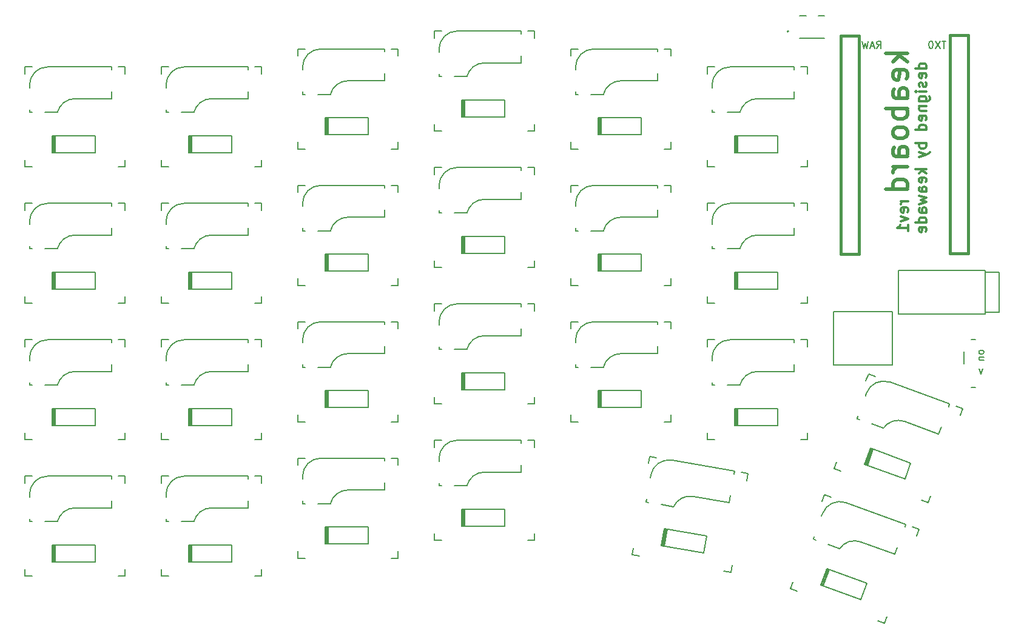
<source format=gbr>
%TF.GenerationSoftware,KiCad,Pcbnew,5.1.6-c6e7f7d~87~ubuntu20.04.1*%
%TF.CreationDate,2020-08-23T16:37:35-05:00*%
%TF.ProjectId,keaboard_rev1,6b656162-6f61-4726-945f-726576312e6b,rev?*%
%TF.SameCoordinates,Original*%
%TF.FileFunction,Legend,Bot*%
%TF.FilePolarity,Positive*%
%FSLAX46Y46*%
G04 Gerber Fmt 4.6, Leading zero omitted, Abs format (unit mm)*
G04 Created by KiCad (PCBNEW 5.1.6-c6e7f7d~87~ubuntu20.04.1) date 2020-08-23 16:37:35*
%MOMM*%
%LPD*%
G01*
G04 APERTURE LIST*
%ADD10C,0.200000*%
%ADD11C,0.300000*%
%ADD12C,0.500000*%
%ADD13C,0.127000*%
%ADD14C,0.152400*%
%ADD15C,0.150000*%
%ADD16C,0.381000*%
G04 APERTURE END LIST*
D10*
X165298380Y-74803190D02*
X165250761Y-74707952D01*
X165203142Y-74660333D01*
X165107904Y-74612714D01*
X164822190Y-74612714D01*
X164726952Y-74660333D01*
X164679333Y-74707952D01*
X164631714Y-74803190D01*
X164631714Y-74946047D01*
X164679333Y-75041285D01*
X164726952Y-75088904D01*
X164822190Y-75136523D01*
X165107904Y-75136523D01*
X165203142Y-75088904D01*
X165250761Y-75041285D01*
X165298380Y-74946047D01*
X165298380Y-74803190D01*
X164631714Y-75565095D02*
X165298380Y-75565095D01*
X164726952Y-75565095D02*
X164679333Y-75612714D01*
X164631714Y-75707952D01*
X164631714Y-75850809D01*
X164679333Y-75946047D01*
X164774571Y-75993666D01*
X165298380Y-75993666D01*
X164631714Y-77231761D02*
X164917428Y-77993666D01*
X165203142Y-77231761D01*
D11*
X157269571Y-35283571D02*
X155769571Y-35283571D01*
X157198142Y-35283571D02*
X157269571Y-35140714D01*
X157269571Y-34855000D01*
X157198142Y-34712142D01*
X157126714Y-34640714D01*
X156983857Y-34569285D01*
X156555285Y-34569285D01*
X156412428Y-34640714D01*
X156341000Y-34712142D01*
X156269571Y-34855000D01*
X156269571Y-35140714D01*
X156341000Y-35283571D01*
X157198142Y-36569285D02*
X157269571Y-36426428D01*
X157269571Y-36140714D01*
X157198142Y-35997857D01*
X157055285Y-35926428D01*
X156483857Y-35926428D01*
X156341000Y-35997857D01*
X156269571Y-36140714D01*
X156269571Y-36426428D01*
X156341000Y-36569285D01*
X156483857Y-36640714D01*
X156626714Y-36640714D01*
X156769571Y-35926428D01*
X157198142Y-37212142D02*
X157269571Y-37355000D01*
X157269571Y-37640714D01*
X157198142Y-37783571D01*
X157055285Y-37855000D01*
X156983857Y-37855000D01*
X156841000Y-37783571D01*
X156769571Y-37640714D01*
X156769571Y-37426428D01*
X156698142Y-37283571D01*
X156555285Y-37212142D01*
X156483857Y-37212142D01*
X156341000Y-37283571D01*
X156269571Y-37426428D01*
X156269571Y-37640714D01*
X156341000Y-37783571D01*
X157269571Y-38497857D02*
X156269571Y-38497857D01*
X155769571Y-38497857D02*
X155841000Y-38426428D01*
X155912428Y-38497857D01*
X155841000Y-38569285D01*
X155769571Y-38497857D01*
X155912428Y-38497857D01*
X156269571Y-39855000D02*
X157483857Y-39855000D01*
X157626714Y-39783571D01*
X157698142Y-39712142D01*
X157769571Y-39569285D01*
X157769571Y-39355000D01*
X157698142Y-39212142D01*
X157198142Y-39855000D02*
X157269571Y-39712142D01*
X157269571Y-39426428D01*
X157198142Y-39283571D01*
X157126714Y-39212142D01*
X156983857Y-39140714D01*
X156555285Y-39140714D01*
X156412428Y-39212142D01*
X156341000Y-39283571D01*
X156269571Y-39426428D01*
X156269571Y-39712142D01*
X156341000Y-39855000D01*
X156269571Y-40569285D02*
X157269571Y-40569285D01*
X156412428Y-40569285D02*
X156341000Y-40640714D01*
X156269571Y-40783571D01*
X156269571Y-40997857D01*
X156341000Y-41140714D01*
X156483857Y-41212142D01*
X157269571Y-41212142D01*
X157198142Y-42497857D02*
X157269571Y-42355000D01*
X157269571Y-42069285D01*
X157198142Y-41926428D01*
X157055285Y-41855000D01*
X156483857Y-41855000D01*
X156341000Y-41926428D01*
X156269571Y-42069285D01*
X156269571Y-42355000D01*
X156341000Y-42497857D01*
X156483857Y-42569285D01*
X156626714Y-42569285D01*
X156769571Y-41855000D01*
X157269571Y-43855000D02*
X155769571Y-43855000D01*
X157198142Y-43855000D02*
X157269571Y-43712142D01*
X157269571Y-43426428D01*
X157198142Y-43283571D01*
X157126714Y-43212142D01*
X156983857Y-43140714D01*
X156555285Y-43140714D01*
X156412428Y-43212142D01*
X156341000Y-43283571D01*
X156269571Y-43426428D01*
X156269571Y-43712142D01*
X156341000Y-43855000D01*
X157269571Y-45712142D02*
X155769571Y-45712142D01*
X156341000Y-45712142D02*
X156269571Y-45855000D01*
X156269571Y-46140714D01*
X156341000Y-46283571D01*
X156412428Y-46355000D01*
X156555285Y-46426428D01*
X156983857Y-46426428D01*
X157126714Y-46355000D01*
X157198142Y-46283571D01*
X157269571Y-46140714D01*
X157269571Y-45855000D01*
X157198142Y-45712142D01*
X156269571Y-46926428D02*
X157269571Y-47283571D01*
X156269571Y-47640714D02*
X157269571Y-47283571D01*
X157626714Y-47140714D01*
X157698142Y-47069285D01*
X157769571Y-46926428D01*
X157269571Y-49355000D02*
X155769571Y-49355000D01*
X156698142Y-49497857D02*
X157269571Y-49926428D01*
X156269571Y-49926428D02*
X156841000Y-49355000D01*
X157198142Y-51140714D02*
X157269571Y-50997857D01*
X157269571Y-50712142D01*
X157198142Y-50569285D01*
X157055285Y-50497857D01*
X156483857Y-50497857D01*
X156341000Y-50569285D01*
X156269571Y-50712142D01*
X156269571Y-50997857D01*
X156341000Y-51140714D01*
X156483857Y-51212142D01*
X156626714Y-51212142D01*
X156769571Y-50497857D01*
X157269571Y-52497857D02*
X156483857Y-52497857D01*
X156341000Y-52426428D01*
X156269571Y-52283571D01*
X156269571Y-51997857D01*
X156341000Y-51855000D01*
X157198142Y-52497857D02*
X157269571Y-52355000D01*
X157269571Y-51997857D01*
X157198142Y-51855000D01*
X157055285Y-51783571D01*
X156912428Y-51783571D01*
X156769571Y-51855000D01*
X156698142Y-51997857D01*
X156698142Y-52355000D01*
X156626714Y-52497857D01*
X156269571Y-53069285D02*
X157269571Y-53355000D01*
X156555285Y-53640714D01*
X157269571Y-53926428D01*
X156269571Y-54212142D01*
X157269571Y-55426428D02*
X156483857Y-55426428D01*
X156341000Y-55355000D01*
X156269571Y-55212142D01*
X156269571Y-54926428D01*
X156341000Y-54783571D01*
X157198142Y-55426428D02*
X157269571Y-55283571D01*
X157269571Y-54926428D01*
X157198142Y-54783571D01*
X157055285Y-54712142D01*
X156912428Y-54712142D01*
X156769571Y-54783571D01*
X156698142Y-54926428D01*
X156698142Y-55283571D01*
X156626714Y-55426428D01*
X157269571Y-56783571D02*
X155769571Y-56783571D01*
X157198142Y-56783571D02*
X157269571Y-56640714D01*
X157269571Y-56355000D01*
X157198142Y-56212142D01*
X157126714Y-56140714D01*
X156983857Y-56069285D01*
X156555285Y-56069285D01*
X156412428Y-56140714D01*
X156341000Y-56212142D01*
X156269571Y-56355000D01*
X156269571Y-56640714D01*
X156341000Y-56783571D01*
X157198142Y-58069285D02*
X157269571Y-57926428D01*
X157269571Y-57640714D01*
X157198142Y-57497857D01*
X157055285Y-57426428D01*
X156483857Y-57426428D01*
X156341000Y-57497857D01*
X156269571Y-57640714D01*
X156269571Y-57926428D01*
X156341000Y-58069285D01*
X156483857Y-58140714D01*
X156626714Y-58140714D01*
X156769571Y-57426428D01*
X154729571Y-53844285D02*
X153729571Y-53844285D01*
X154015285Y-53844285D02*
X153872428Y-53915714D01*
X153801000Y-53987142D01*
X153729571Y-54130000D01*
X153729571Y-54272857D01*
X154658142Y-55344285D02*
X154729571Y-55201428D01*
X154729571Y-54915714D01*
X154658142Y-54772857D01*
X154515285Y-54701428D01*
X153943857Y-54701428D01*
X153801000Y-54772857D01*
X153729571Y-54915714D01*
X153729571Y-55201428D01*
X153801000Y-55344285D01*
X153943857Y-55415714D01*
X154086714Y-55415714D01*
X154229571Y-54701428D01*
X153729571Y-55915714D02*
X154729571Y-56272857D01*
X153729571Y-56630000D01*
X154729571Y-57987142D02*
X154729571Y-57130000D01*
X154729571Y-57558571D02*
X153229571Y-57558571D01*
X153443857Y-57415714D01*
X153586714Y-57272857D01*
X153658142Y-57130000D01*
D12*
X154646142Y-33172000D02*
X151646142Y-33172000D01*
X153503285Y-33457714D02*
X154646142Y-34314857D01*
X152646142Y-34314857D02*
X153789000Y-33172000D01*
X154503285Y-36743428D02*
X154646142Y-36457714D01*
X154646142Y-35886285D01*
X154503285Y-35600571D01*
X154217571Y-35457714D01*
X153074714Y-35457714D01*
X152789000Y-35600571D01*
X152646142Y-35886285D01*
X152646142Y-36457714D01*
X152789000Y-36743428D01*
X153074714Y-36886285D01*
X153360428Y-36886285D01*
X153646142Y-35457714D01*
X154646142Y-39457714D02*
X153074714Y-39457714D01*
X152789000Y-39314857D01*
X152646142Y-39029142D01*
X152646142Y-38457714D01*
X152789000Y-38172000D01*
X154503285Y-39457714D02*
X154646142Y-39172000D01*
X154646142Y-38457714D01*
X154503285Y-38172000D01*
X154217571Y-38029142D01*
X153931857Y-38029142D01*
X153646142Y-38172000D01*
X153503285Y-38457714D01*
X153503285Y-39172000D01*
X153360428Y-39457714D01*
X154646142Y-40886285D02*
X151646142Y-40886285D01*
X152789000Y-40886285D02*
X152646142Y-41172000D01*
X152646142Y-41743428D01*
X152789000Y-42029142D01*
X152931857Y-42172000D01*
X153217571Y-42314857D01*
X154074714Y-42314857D01*
X154360428Y-42172000D01*
X154503285Y-42029142D01*
X154646142Y-41743428D01*
X154646142Y-41172000D01*
X154503285Y-40886285D01*
X154646142Y-44029142D02*
X154503285Y-43743428D01*
X154360428Y-43600571D01*
X154074714Y-43457714D01*
X153217571Y-43457714D01*
X152931857Y-43600571D01*
X152789000Y-43743428D01*
X152646142Y-44029142D01*
X152646142Y-44457714D01*
X152789000Y-44743428D01*
X152931857Y-44886285D01*
X153217571Y-45029142D01*
X154074714Y-45029142D01*
X154360428Y-44886285D01*
X154503285Y-44743428D01*
X154646142Y-44457714D01*
X154646142Y-44029142D01*
X154646142Y-47600571D02*
X153074714Y-47600571D01*
X152789000Y-47457714D01*
X152646142Y-47172000D01*
X152646142Y-46600571D01*
X152789000Y-46314857D01*
X154503285Y-47600571D02*
X154646142Y-47314857D01*
X154646142Y-46600571D01*
X154503285Y-46314857D01*
X154217571Y-46172000D01*
X153931857Y-46172000D01*
X153646142Y-46314857D01*
X153503285Y-46600571D01*
X153503285Y-47314857D01*
X153360428Y-47600571D01*
X154646142Y-49029142D02*
X152646142Y-49029142D01*
X153217571Y-49029142D02*
X152931857Y-49172000D01*
X152789000Y-49314857D01*
X152646142Y-49600571D01*
X152646142Y-49886285D01*
X154646142Y-52172000D02*
X151646142Y-52172000D01*
X154503285Y-52172000D02*
X154646142Y-51886285D01*
X154646142Y-51314857D01*
X154503285Y-51029142D01*
X154360428Y-50886285D01*
X154074714Y-50743428D01*
X153217571Y-50743428D01*
X152931857Y-50886285D01*
X152789000Y-51029142D01*
X152646142Y-51314857D01*
X152646142Y-51886285D01*
X152789000Y-52172000D01*
D13*
%TO.C,SW_PWR1*%
X163530000Y-79804000D02*
X164130000Y-79804000D01*
X164130000Y-73104000D02*
X163530000Y-73104000D01*
X162530000Y-74854000D02*
X162530000Y-76554000D01*
D14*
%TO.C,BAT1*%
X144303500Y-69240400D02*
X144303500Y-76708000D01*
X144303500Y-76708000D02*
X152558500Y-76708000D01*
X152558500Y-76708000D02*
X152558500Y-69240400D01*
X152558500Y-69240400D02*
X144303500Y-69240400D01*
D15*
%TO.C,K23*%
X127371000Y-75692000D02*
G75*
G02*
X129911000Y-73152000I2540000J0D01*
G01*
X131256838Y-79520960D02*
G75*
G02*
X133721000Y-77597000I2464162J-616040D01*
G01*
X126731000Y-73137000D02*
X126731000Y-74137000D01*
X127731000Y-87137000D02*
X126731000Y-87137000D01*
X126731000Y-73137000D02*
X127731000Y-73137000D01*
X126731000Y-86137000D02*
X126731000Y-87137000D01*
X140731000Y-87137000D02*
X140731000Y-86137000D01*
X139731000Y-73137000D02*
X140731000Y-73137000D01*
X140731000Y-87137000D02*
X139731000Y-87137000D01*
X140731000Y-74137000D02*
X140731000Y-73137000D01*
X138801000Y-73152000D02*
X138801000Y-73533000D01*
X127752000Y-79502000D02*
X127371000Y-79502000D01*
X129911000Y-73152000D02*
X138801000Y-73152000D01*
X138801000Y-76581000D02*
X138801000Y-77597000D01*
X127371000Y-79121000D02*
X127371000Y-79502000D01*
X131256838Y-79502000D02*
X129530000Y-79502000D01*
X127371000Y-75692000D02*
X127371000Y-76073000D01*
X138801000Y-77597000D02*
X133721000Y-77597000D01*
D13*
%TO.C,SW_RST1*%
X142201000Y-27894000D02*
X143101000Y-27894000D01*
X143101000Y-31034000D02*
X139601000Y-31034000D01*
X140501000Y-27894000D02*
X139601000Y-27894000D01*
D10*
X138051000Y-30099000D02*
G75*
G03*
X138051000Y-30099000I-100000J0D01*
G01*
D15*
%TO.C,K22*%
X138801000Y-58547000D02*
X133721000Y-58547000D01*
X127371000Y-56642000D02*
X127371000Y-57023000D01*
X131256838Y-60452000D02*
X129530000Y-60452000D01*
X127371000Y-60071000D02*
X127371000Y-60452000D01*
X138801000Y-57531000D02*
X138801000Y-58547000D01*
X129911000Y-54102000D02*
X138801000Y-54102000D01*
X127752000Y-60452000D02*
X127371000Y-60452000D01*
X138801000Y-54102000D02*
X138801000Y-54483000D01*
X140731000Y-55087000D02*
X140731000Y-54087000D01*
X140731000Y-68087000D02*
X139731000Y-68087000D01*
X139731000Y-54087000D02*
X140731000Y-54087000D01*
X140731000Y-68087000D02*
X140731000Y-67087000D01*
X126731000Y-67087000D02*
X126731000Y-68087000D01*
X126731000Y-54087000D02*
X127731000Y-54087000D01*
X127731000Y-68087000D02*
X126731000Y-68087000D01*
X126731000Y-54087000D02*
X126731000Y-55087000D01*
X131256838Y-60470960D02*
G75*
G02*
X133721000Y-58547000I2464162J-616040D01*
G01*
X127371000Y-56642000D02*
G75*
G02*
X129911000Y-54102000I2540000J0D01*
G01*
%TO.C,K21*%
X127371000Y-37592000D02*
G75*
G02*
X129911000Y-35052000I2540000J0D01*
G01*
X131256838Y-41420960D02*
G75*
G02*
X133721000Y-39497000I2464162J-616040D01*
G01*
X126731000Y-35037000D02*
X126731000Y-36037000D01*
X127731000Y-49037000D02*
X126731000Y-49037000D01*
X126731000Y-35037000D02*
X127731000Y-35037000D01*
X126731000Y-48037000D02*
X126731000Y-49037000D01*
X140731000Y-49037000D02*
X140731000Y-48037000D01*
X139731000Y-35037000D02*
X140731000Y-35037000D01*
X140731000Y-49037000D02*
X139731000Y-49037000D01*
X140731000Y-36037000D02*
X140731000Y-35037000D01*
X138801000Y-35052000D02*
X138801000Y-35433000D01*
X127752000Y-41402000D02*
X127371000Y-41402000D01*
X129911000Y-35052000D02*
X138801000Y-35052000D01*
X138801000Y-38481000D02*
X138801000Y-39497000D01*
X127371000Y-41021000D02*
X127371000Y-41402000D01*
X131256838Y-41402000D02*
X129530000Y-41402000D01*
X127371000Y-37592000D02*
X127371000Y-37973000D01*
X138801000Y-39497000D02*
X133721000Y-39497000D01*
%TO.C,K01*%
X43551000Y-39497000D02*
X38471000Y-39497000D01*
X32121000Y-37592000D02*
X32121000Y-37973000D01*
X36006838Y-41402000D02*
X34280000Y-41402000D01*
X32121000Y-41021000D02*
X32121000Y-41402000D01*
X43551000Y-38481000D02*
X43551000Y-39497000D01*
X34661000Y-35052000D02*
X43551000Y-35052000D01*
X32502000Y-41402000D02*
X32121000Y-41402000D01*
X43551000Y-35052000D02*
X43551000Y-35433000D01*
X45481000Y-36037000D02*
X45481000Y-35037000D01*
X45481000Y-49037000D02*
X44481000Y-49037000D01*
X44481000Y-35037000D02*
X45481000Y-35037000D01*
X45481000Y-49037000D02*
X45481000Y-48037000D01*
X31481000Y-48037000D02*
X31481000Y-49037000D01*
X31481000Y-35037000D02*
X32481000Y-35037000D01*
X32481000Y-49037000D02*
X31481000Y-49037000D01*
X31481000Y-35037000D02*
X31481000Y-36037000D01*
X36006838Y-41420960D02*
G75*
G02*
X38471000Y-39497000I2464162J-616040D01*
G01*
X32121000Y-37592000D02*
G75*
G02*
X34661000Y-35052000I2540000J0D01*
G01*
D16*
%TO.C,U1*%
X163119000Y-30667000D02*
X163119000Y-61147000D01*
X145329000Y-30717000D02*
X147869000Y-30717000D01*
X160579000Y-61147000D02*
X163119000Y-61147000D01*
X160579000Y-30667000D02*
X163119000Y-30667000D01*
X160579000Y-30667000D02*
X160579000Y-61147000D01*
X147869000Y-30717000D02*
X147869000Y-61197000D01*
X145329000Y-61197000D02*
X145329000Y-30717000D01*
X147869000Y-61197000D02*
X145329000Y-61197000D01*
D15*
%TO.C,TRRS1*%
X165481000Y-63496000D02*
X165481000Y-69596000D01*
X153381000Y-63496000D02*
X153381000Y-69596000D01*
X165481000Y-63496000D02*
X153381000Y-63496000D01*
X165481000Y-69596000D02*
X153381000Y-69596000D01*
X167481000Y-63746000D02*
X167481000Y-69346000D01*
X165481000Y-69346000D02*
X167481000Y-69346000D01*
X165481000Y-63746000D02*
X167481000Y-63746000D01*
D10*
%TO.C,D01*%
X35281000Y-44647000D02*
X35281000Y-47047000D01*
X41281000Y-44647000D02*
X35281000Y-44647000D01*
X41281000Y-47047000D02*
X41281000Y-44647000D01*
X35281000Y-47047000D02*
X41281000Y-47047000D01*
X35556000Y-47047000D02*
X35556000Y-44647000D01*
X35681000Y-47047000D02*
X35681000Y-44647000D01*
X35406000Y-44647000D02*
X35406000Y-47047000D01*
%TO.C,D02*%
X35281000Y-63697000D02*
X35281000Y-66097000D01*
X41281000Y-63697000D02*
X35281000Y-63697000D01*
X41281000Y-66097000D02*
X41281000Y-63697000D01*
X35281000Y-66097000D02*
X41281000Y-66097000D01*
X35556000Y-66097000D02*
X35556000Y-63697000D01*
X35681000Y-66097000D02*
X35681000Y-63697000D01*
X35406000Y-63697000D02*
X35406000Y-66097000D01*
%TO.C,D03*%
X35281000Y-82747000D02*
X35281000Y-85147000D01*
X41281000Y-82747000D02*
X35281000Y-82747000D01*
X41281000Y-85147000D02*
X41281000Y-82747000D01*
X35281000Y-85147000D02*
X41281000Y-85147000D01*
X35556000Y-85147000D02*
X35556000Y-82747000D01*
X35681000Y-85147000D02*
X35681000Y-82747000D01*
X35406000Y-82747000D02*
X35406000Y-85147000D01*
%TO.C,D04*%
X35281000Y-101797000D02*
X35281000Y-104197000D01*
X41281000Y-101797000D02*
X35281000Y-101797000D01*
X41281000Y-104197000D02*
X41281000Y-101797000D01*
X35281000Y-104197000D02*
X41281000Y-104197000D01*
X35556000Y-104197000D02*
X35556000Y-101797000D01*
X35681000Y-104197000D02*
X35681000Y-101797000D01*
X35406000Y-101797000D02*
X35406000Y-104197000D01*
%TO.C,D05*%
X54331000Y-44647000D02*
X54331000Y-47047000D01*
X60331000Y-44647000D02*
X54331000Y-44647000D01*
X60331000Y-47047000D02*
X60331000Y-44647000D01*
X54331000Y-47047000D02*
X60331000Y-47047000D01*
X54606000Y-47047000D02*
X54606000Y-44647000D01*
X54731000Y-47047000D02*
X54731000Y-44647000D01*
X54456000Y-44647000D02*
X54456000Y-47047000D01*
%TO.C,D06*%
X54456000Y-63697000D02*
X54456000Y-66097000D01*
X54731000Y-66097000D02*
X54731000Y-63697000D01*
X54606000Y-66097000D02*
X54606000Y-63697000D01*
X54331000Y-66097000D02*
X60331000Y-66097000D01*
X60331000Y-66097000D02*
X60331000Y-63697000D01*
X60331000Y-63697000D02*
X54331000Y-63697000D01*
X54331000Y-63697000D02*
X54331000Y-66097000D01*
%TO.C,D07*%
X54331000Y-82747000D02*
X54331000Y-85147000D01*
X60331000Y-82747000D02*
X54331000Y-82747000D01*
X60331000Y-85147000D02*
X60331000Y-82747000D01*
X54331000Y-85147000D02*
X60331000Y-85147000D01*
X54606000Y-85147000D02*
X54606000Y-82747000D01*
X54731000Y-85147000D02*
X54731000Y-82747000D01*
X54456000Y-82747000D02*
X54456000Y-85147000D01*
%TO.C,D08*%
X54331000Y-101797000D02*
X54331000Y-104197000D01*
X60331000Y-101797000D02*
X54331000Y-101797000D01*
X60331000Y-104197000D02*
X60331000Y-101797000D01*
X54331000Y-104197000D02*
X60331000Y-104197000D01*
X54606000Y-104197000D02*
X54606000Y-101797000D01*
X54731000Y-104197000D02*
X54731000Y-101797000D01*
X54456000Y-101797000D02*
X54456000Y-104197000D01*
%TO.C,D09*%
X73506000Y-42147000D02*
X73506000Y-44547000D01*
X73781000Y-44547000D02*
X73781000Y-42147000D01*
X73656000Y-44547000D02*
X73656000Y-42147000D01*
X73381000Y-44547000D02*
X79381000Y-44547000D01*
X79381000Y-44547000D02*
X79381000Y-42147000D01*
X79381000Y-42147000D02*
X73381000Y-42147000D01*
X73381000Y-42147000D02*
X73381000Y-44547000D01*
%TO.C,D10*%
X73381000Y-61197000D02*
X73381000Y-63597000D01*
X79381000Y-61197000D02*
X73381000Y-61197000D01*
X79381000Y-63597000D02*
X79381000Y-61197000D01*
X73381000Y-63597000D02*
X79381000Y-63597000D01*
X73656000Y-63597000D02*
X73656000Y-61197000D01*
X73781000Y-63597000D02*
X73781000Y-61197000D01*
X73506000Y-61197000D02*
X73506000Y-63597000D01*
%TO.C,D11*%
X73506000Y-80247000D02*
X73506000Y-82647000D01*
X73781000Y-82647000D02*
X73781000Y-80247000D01*
X73656000Y-82647000D02*
X73656000Y-80247000D01*
X73381000Y-82647000D02*
X79381000Y-82647000D01*
X79381000Y-82647000D02*
X79381000Y-80247000D01*
X79381000Y-80247000D02*
X73381000Y-80247000D01*
X73381000Y-80247000D02*
X73381000Y-82647000D01*
%TO.C,D12*%
X73506000Y-99297000D02*
X73506000Y-101697000D01*
X73781000Y-101697000D02*
X73781000Y-99297000D01*
X73656000Y-101697000D02*
X73656000Y-99297000D01*
X73381000Y-101697000D02*
X79381000Y-101697000D01*
X79381000Y-101697000D02*
X79381000Y-99297000D01*
X79381000Y-99297000D02*
X73381000Y-99297000D01*
X73381000Y-99297000D02*
X73381000Y-101697000D01*
%TO.C,D13*%
X92431000Y-39647000D02*
X92431000Y-42047000D01*
X98431000Y-39647000D02*
X92431000Y-39647000D01*
X98431000Y-42047000D02*
X98431000Y-39647000D01*
X92431000Y-42047000D02*
X98431000Y-42047000D01*
X92706000Y-42047000D02*
X92706000Y-39647000D01*
X92831000Y-42047000D02*
X92831000Y-39647000D01*
X92556000Y-39647000D02*
X92556000Y-42047000D01*
%TO.C,D14*%
X92556000Y-58697000D02*
X92556000Y-61097000D01*
X92831000Y-61097000D02*
X92831000Y-58697000D01*
X92706000Y-61097000D02*
X92706000Y-58697000D01*
X92431000Y-61097000D02*
X98431000Y-61097000D01*
X98431000Y-61097000D02*
X98431000Y-58697000D01*
X98431000Y-58697000D02*
X92431000Y-58697000D01*
X92431000Y-58697000D02*
X92431000Y-61097000D01*
%TO.C,D15*%
X92556000Y-77747000D02*
X92556000Y-80147000D01*
X92831000Y-80147000D02*
X92831000Y-77747000D01*
X92706000Y-80147000D02*
X92706000Y-77747000D01*
X92431000Y-80147000D02*
X98431000Y-80147000D01*
X98431000Y-80147000D02*
X98431000Y-77747000D01*
X98431000Y-77747000D02*
X92431000Y-77747000D01*
X92431000Y-77747000D02*
X92431000Y-80147000D01*
%TO.C,D16*%
X92431000Y-96797000D02*
X92431000Y-99197000D01*
X98431000Y-96797000D02*
X92431000Y-96797000D01*
X98431000Y-99197000D02*
X98431000Y-96797000D01*
X92431000Y-99197000D02*
X98431000Y-99197000D01*
X92706000Y-99197000D02*
X92706000Y-96797000D01*
X92831000Y-99197000D02*
X92831000Y-96797000D01*
X92556000Y-96797000D02*
X92556000Y-99197000D01*
%TO.C,D17*%
X111481000Y-42147000D02*
X111481000Y-44547000D01*
X117481000Y-42147000D02*
X111481000Y-42147000D01*
X117481000Y-44547000D02*
X117481000Y-42147000D01*
X111481000Y-44547000D02*
X117481000Y-44547000D01*
X111756000Y-44547000D02*
X111756000Y-42147000D01*
X111881000Y-44547000D02*
X111881000Y-42147000D01*
X111606000Y-42147000D02*
X111606000Y-44547000D01*
%TO.C,D18*%
X111481000Y-61197000D02*
X111481000Y-63597000D01*
X117481000Y-61197000D02*
X111481000Y-61197000D01*
X117481000Y-63597000D02*
X117481000Y-61197000D01*
X111481000Y-63597000D02*
X117481000Y-63597000D01*
X111756000Y-63597000D02*
X111756000Y-61197000D01*
X111881000Y-63597000D02*
X111881000Y-61197000D01*
X111606000Y-61197000D02*
X111606000Y-63597000D01*
%TO.C,D19*%
X111606000Y-80247000D02*
X111606000Y-82647000D01*
X111881000Y-82647000D02*
X111881000Y-80247000D01*
X111756000Y-82647000D02*
X111756000Y-80247000D01*
X111481000Y-82647000D02*
X117481000Y-82647000D01*
X117481000Y-82647000D02*
X117481000Y-80247000D01*
X117481000Y-80247000D02*
X111481000Y-80247000D01*
X111481000Y-80247000D02*
X111481000Y-82647000D01*
%TO.C,D20*%
X120844621Y-99578293D02*
X120427865Y-101941831D01*
X120698687Y-101989584D02*
X121115443Y-99626046D01*
X120575587Y-101967878D02*
X120992342Y-99604340D01*
X120304764Y-101920125D02*
X126213611Y-102962014D01*
X126213611Y-102962014D02*
X126630367Y-100598476D01*
X126630367Y-100598476D02*
X120721520Y-99556587D01*
X120721520Y-99556587D02*
X120304764Y-101920125D01*
%TO.C,D21*%
X130656000Y-44647000D02*
X130656000Y-47047000D01*
X130931000Y-47047000D02*
X130931000Y-44647000D01*
X130806000Y-47047000D02*
X130806000Y-44647000D01*
X130531000Y-47047000D02*
X136531000Y-47047000D01*
X136531000Y-47047000D02*
X136531000Y-44647000D01*
X136531000Y-44647000D02*
X130531000Y-44647000D01*
X130531000Y-44647000D02*
X130531000Y-47047000D01*
%TO.C,D22*%
X130656000Y-63697000D02*
X130656000Y-66097000D01*
X130931000Y-66097000D02*
X130931000Y-63697000D01*
X130806000Y-66097000D02*
X130806000Y-63697000D01*
X130531000Y-66097000D02*
X136531000Y-66097000D01*
X136531000Y-66097000D02*
X136531000Y-63697000D01*
X136531000Y-63697000D02*
X130531000Y-63697000D01*
X130531000Y-63697000D02*
X130531000Y-66097000D01*
%TO.C,D23*%
X130656000Y-82747000D02*
X130656000Y-85147000D01*
X130931000Y-85147000D02*
X130931000Y-82747000D01*
X130806000Y-85147000D02*
X130806000Y-82747000D01*
X130531000Y-85147000D02*
X136531000Y-85147000D01*
X136531000Y-85147000D02*
X136531000Y-82747000D01*
X136531000Y-82747000D02*
X130531000Y-82747000D01*
X130531000Y-82747000D02*
X130531000Y-85147000D01*
%TO.C,D24*%
X149601662Y-88359951D02*
X148780814Y-90615213D01*
X149039229Y-90709269D02*
X149860078Y-88454006D01*
X148921768Y-90666516D02*
X149742616Y-88411254D01*
X148663352Y-90572461D02*
X154301508Y-92624582D01*
X154301508Y-92624582D02*
X155122357Y-90369319D01*
X155122357Y-90369319D02*
X149484201Y-88317198D01*
X149484201Y-88317198D02*
X148663352Y-90572461D01*
%TO.C,D25*%
X143361649Y-105138771D02*
X142540800Y-107394034D01*
X148999805Y-107190892D02*
X143361649Y-105138771D01*
X148178956Y-109446155D02*
X148999805Y-107190892D01*
X142540800Y-107394034D02*
X148178956Y-109446155D01*
X142799216Y-107488089D02*
X143620064Y-105232827D01*
X142916677Y-107530842D02*
X143737526Y-105275579D01*
X143479110Y-105181524D02*
X142658262Y-107436786D01*
D15*
%TO.C,K02*%
X32121000Y-56642000D02*
G75*
G02*
X34661000Y-54102000I2540000J0D01*
G01*
X36006838Y-60470960D02*
G75*
G02*
X38471000Y-58547000I2464162J-616040D01*
G01*
X31481000Y-54087000D02*
X31481000Y-55087000D01*
X32481000Y-68087000D02*
X31481000Y-68087000D01*
X31481000Y-54087000D02*
X32481000Y-54087000D01*
X31481000Y-67087000D02*
X31481000Y-68087000D01*
X45481000Y-68087000D02*
X45481000Y-67087000D01*
X44481000Y-54087000D02*
X45481000Y-54087000D01*
X45481000Y-68087000D02*
X44481000Y-68087000D01*
X45481000Y-55087000D02*
X45481000Y-54087000D01*
X43551000Y-54102000D02*
X43551000Y-54483000D01*
X32502000Y-60452000D02*
X32121000Y-60452000D01*
X34661000Y-54102000D02*
X43551000Y-54102000D01*
X43551000Y-57531000D02*
X43551000Y-58547000D01*
X32121000Y-60071000D02*
X32121000Y-60452000D01*
X36006838Y-60452000D02*
X34280000Y-60452000D01*
X32121000Y-56642000D02*
X32121000Y-57023000D01*
X43551000Y-58547000D02*
X38471000Y-58547000D01*
%TO.C,K03*%
X32121000Y-75692000D02*
G75*
G02*
X34661000Y-73152000I2540000J0D01*
G01*
X36006838Y-79520960D02*
G75*
G02*
X38471000Y-77597000I2464162J-616040D01*
G01*
X31481000Y-73137000D02*
X31481000Y-74137000D01*
X32481000Y-87137000D02*
X31481000Y-87137000D01*
X31481000Y-73137000D02*
X32481000Y-73137000D01*
X31481000Y-86137000D02*
X31481000Y-87137000D01*
X45481000Y-87137000D02*
X45481000Y-86137000D01*
X44481000Y-73137000D02*
X45481000Y-73137000D01*
X45481000Y-87137000D02*
X44481000Y-87137000D01*
X45481000Y-74137000D02*
X45481000Y-73137000D01*
X43551000Y-73152000D02*
X43551000Y-73533000D01*
X32502000Y-79502000D02*
X32121000Y-79502000D01*
X34661000Y-73152000D02*
X43551000Y-73152000D01*
X43551000Y-76581000D02*
X43551000Y-77597000D01*
X32121000Y-79121000D02*
X32121000Y-79502000D01*
X36006838Y-79502000D02*
X34280000Y-79502000D01*
X32121000Y-75692000D02*
X32121000Y-76073000D01*
X43551000Y-77597000D02*
X38471000Y-77597000D01*
%TO.C,K04*%
X32121000Y-94742000D02*
G75*
G02*
X34661000Y-92202000I2540000J0D01*
G01*
X36006838Y-98570960D02*
G75*
G02*
X38471000Y-96647000I2464162J-616040D01*
G01*
X31481000Y-92187000D02*
X31481000Y-93187000D01*
X32481000Y-106187000D02*
X31481000Y-106187000D01*
X31481000Y-92187000D02*
X32481000Y-92187000D01*
X31481000Y-105187000D02*
X31481000Y-106187000D01*
X45481000Y-106187000D02*
X45481000Y-105187000D01*
X44481000Y-92187000D02*
X45481000Y-92187000D01*
X45481000Y-106187000D02*
X44481000Y-106187000D01*
X45481000Y-93187000D02*
X45481000Y-92187000D01*
X43551000Y-92202000D02*
X43551000Y-92583000D01*
X32502000Y-98552000D02*
X32121000Y-98552000D01*
X34661000Y-92202000D02*
X43551000Y-92202000D01*
X43551000Y-95631000D02*
X43551000Y-96647000D01*
X32121000Y-98171000D02*
X32121000Y-98552000D01*
X36006838Y-98552000D02*
X34280000Y-98552000D01*
X32121000Y-94742000D02*
X32121000Y-95123000D01*
X43551000Y-96647000D02*
X38471000Y-96647000D01*
%TO.C,K05*%
X51171000Y-37592000D02*
G75*
G02*
X53711000Y-35052000I2540000J0D01*
G01*
X55056838Y-41420960D02*
G75*
G02*
X57521000Y-39497000I2464162J-616040D01*
G01*
X50531000Y-35037000D02*
X50531000Y-36037000D01*
X51531000Y-49037000D02*
X50531000Y-49037000D01*
X50531000Y-35037000D02*
X51531000Y-35037000D01*
X50531000Y-48037000D02*
X50531000Y-49037000D01*
X64531000Y-49037000D02*
X64531000Y-48037000D01*
X63531000Y-35037000D02*
X64531000Y-35037000D01*
X64531000Y-49037000D02*
X63531000Y-49037000D01*
X64531000Y-36037000D02*
X64531000Y-35037000D01*
X62601000Y-35052000D02*
X62601000Y-35433000D01*
X51552000Y-41402000D02*
X51171000Y-41402000D01*
X53711000Y-35052000D02*
X62601000Y-35052000D01*
X62601000Y-38481000D02*
X62601000Y-39497000D01*
X51171000Y-41021000D02*
X51171000Y-41402000D01*
X55056838Y-41402000D02*
X53330000Y-41402000D01*
X51171000Y-37592000D02*
X51171000Y-37973000D01*
X62601000Y-39497000D02*
X57521000Y-39497000D01*
%TO.C,K06*%
X62601000Y-58547000D02*
X57521000Y-58547000D01*
X51171000Y-56642000D02*
X51171000Y-57023000D01*
X55056838Y-60452000D02*
X53330000Y-60452000D01*
X51171000Y-60071000D02*
X51171000Y-60452000D01*
X62601000Y-57531000D02*
X62601000Y-58547000D01*
X53711000Y-54102000D02*
X62601000Y-54102000D01*
X51552000Y-60452000D02*
X51171000Y-60452000D01*
X62601000Y-54102000D02*
X62601000Y-54483000D01*
X64531000Y-55087000D02*
X64531000Y-54087000D01*
X64531000Y-68087000D02*
X63531000Y-68087000D01*
X63531000Y-54087000D02*
X64531000Y-54087000D01*
X64531000Y-68087000D02*
X64531000Y-67087000D01*
X50531000Y-67087000D02*
X50531000Y-68087000D01*
X50531000Y-54087000D02*
X51531000Y-54087000D01*
X51531000Y-68087000D02*
X50531000Y-68087000D01*
X50531000Y-54087000D02*
X50531000Y-55087000D01*
X55056838Y-60470960D02*
G75*
G02*
X57521000Y-58547000I2464162J-616040D01*
G01*
X51171000Y-56642000D02*
G75*
G02*
X53711000Y-54102000I2540000J0D01*
G01*
%TO.C,K07*%
X62601000Y-77597000D02*
X57521000Y-77597000D01*
X51171000Y-75692000D02*
X51171000Y-76073000D01*
X55056838Y-79502000D02*
X53330000Y-79502000D01*
X51171000Y-79121000D02*
X51171000Y-79502000D01*
X62601000Y-76581000D02*
X62601000Y-77597000D01*
X53711000Y-73152000D02*
X62601000Y-73152000D01*
X51552000Y-79502000D02*
X51171000Y-79502000D01*
X62601000Y-73152000D02*
X62601000Y-73533000D01*
X64531000Y-74137000D02*
X64531000Y-73137000D01*
X64531000Y-87137000D02*
X63531000Y-87137000D01*
X63531000Y-73137000D02*
X64531000Y-73137000D01*
X64531000Y-87137000D02*
X64531000Y-86137000D01*
X50531000Y-86137000D02*
X50531000Y-87137000D01*
X50531000Y-73137000D02*
X51531000Y-73137000D01*
X51531000Y-87137000D02*
X50531000Y-87137000D01*
X50531000Y-73137000D02*
X50531000Y-74137000D01*
X55056838Y-79520960D02*
G75*
G02*
X57521000Y-77597000I2464162J-616040D01*
G01*
X51171000Y-75692000D02*
G75*
G02*
X53711000Y-73152000I2540000J0D01*
G01*
%TO.C,K08*%
X62601000Y-96647000D02*
X57521000Y-96647000D01*
X51171000Y-94742000D02*
X51171000Y-95123000D01*
X55056838Y-98552000D02*
X53330000Y-98552000D01*
X51171000Y-98171000D02*
X51171000Y-98552000D01*
X62601000Y-95631000D02*
X62601000Y-96647000D01*
X53711000Y-92202000D02*
X62601000Y-92202000D01*
X51552000Y-98552000D02*
X51171000Y-98552000D01*
X62601000Y-92202000D02*
X62601000Y-92583000D01*
X64531000Y-93187000D02*
X64531000Y-92187000D01*
X64531000Y-106187000D02*
X63531000Y-106187000D01*
X63531000Y-92187000D02*
X64531000Y-92187000D01*
X64531000Y-106187000D02*
X64531000Y-105187000D01*
X50531000Y-105187000D02*
X50531000Y-106187000D01*
X50531000Y-92187000D02*
X51531000Y-92187000D01*
X51531000Y-106187000D02*
X50531000Y-106187000D01*
X50531000Y-92187000D02*
X50531000Y-93187000D01*
X55056838Y-98570960D02*
G75*
G02*
X57521000Y-96647000I2464162J-616040D01*
G01*
X51171000Y-94742000D02*
G75*
G02*
X53711000Y-92202000I2540000J0D01*
G01*
%TO.C,K09*%
X81651000Y-36997000D02*
X76571000Y-36997000D01*
X70221000Y-35092000D02*
X70221000Y-35473000D01*
X74106838Y-38902000D02*
X72380000Y-38902000D01*
X70221000Y-38521000D02*
X70221000Y-38902000D01*
X81651000Y-35981000D02*
X81651000Y-36997000D01*
X72761000Y-32552000D02*
X81651000Y-32552000D01*
X70602000Y-38902000D02*
X70221000Y-38902000D01*
X81651000Y-32552000D02*
X81651000Y-32933000D01*
X83581000Y-33537000D02*
X83581000Y-32537000D01*
X83581000Y-46537000D02*
X82581000Y-46537000D01*
X82581000Y-32537000D02*
X83581000Y-32537000D01*
X83581000Y-46537000D02*
X83581000Y-45537000D01*
X69581000Y-45537000D02*
X69581000Y-46537000D01*
X69581000Y-32537000D02*
X70581000Y-32537000D01*
X70581000Y-46537000D02*
X69581000Y-46537000D01*
X69581000Y-32537000D02*
X69581000Y-33537000D01*
X74106838Y-38920960D02*
G75*
G02*
X76571000Y-36997000I2464162J-616040D01*
G01*
X70221000Y-35092000D02*
G75*
G02*
X72761000Y-32552000I2540000J0D01*
G01*
%TO.C,K10*%
X81651000Y-56047000D02*
X76571000Y-56047000D01*
X70221000Y-54142000D02*
X70221000Y-54523000D01*
X74106838Y-57952000D02*
X72380000Y-57952000D01*
X70221000Y-57571000D02*
X70221000Y-57952000D01*
X81651000Y-55031000D02*
X81651000Y-56047000D01*
X72761000Y-51602000D02*
X81651000Y-51602000D01*
X70602000Y-57952000D02*
X70221000Y-57952000D01*
X81651000Y-51602000D02*
X81651000Y-51983000D01*
X83581000Y-52587000D02*
X83581000Y-51587000D01*
X83581000Y-65587000D02*
X82581000Y-65587000D01*
X82581000Y-51587000D02*
X83581000Y-51587000D01*
X83581000Y-65587000D02*
X83581000Y-64587000D01*
X69581000Y-64587000D02*
X69581000Y-65587000D01*
X69581000Y-51587000D02*
X70581000Y-51587000D01*
X70581000Y-65587000D02*
X69581000Y-65587000D01*
X69581000Y-51587000D02*
X69581000Y-52587000D01*
X74106838Y-57970960D02*
G75*
G02*
X76571000Y-56047000I2464162J-616040D01*
G01*
X70221000Y-54142000D02*
G75*
G02*
X72761000Y-51602000I2540000J0D01*
G01*
%TO.C,K11*%
X81651000Y-75097000D02*
X76571000Y-75097000D01*
X70221000Y-73192000D02*
X70221000Y-73573000D01*
X74106838Y-77002000D02*
X72380000Y-77002000D01*
X70221000Y-76621000D02*
X70221000Y-77002000D01*
X81651000Y-74081000D02*
X81651000Y-75097000D01*
X72761000Y-70652000D02*
X81651000Y-70652000D01*
X70602000Y-77002000D02*
X70221000Y-77002000D01*
X81651000Y-70652000D02*
X81651000Y-71033000D01*
X83581000Y-71637000D02*
X83581000Y-70637000D01*
X83581000Y-84637000D02*
X82581000Y-84637000D01*
X82581000Y-70637000D02*
X83581000Y-70637000D01*
X83581000Y-84637000D02*
X83581000Y-83637000D01*
X69581000Y-83637000D02*
X69581000Y-84637000D01*
X69581000Y-70637000D02*
X70581000Y-70637000D01*
X70581000Y-84637000D02*
X69581000Y-84637000D01*
X69581000Y-70637000D02*
X69581000Y-71637000D01*
X74106838Y-77020960D02*
G75*
G02*
X76571000Y-75097000I2464162J-616040D01*
G01*
X70221000Y-73192000D02*
G75*
G02*
X72761000Y-70652000I2540000J0D01*
G01*
%TO.C,K12*%
X70221000Y-92242000D02*
G75*
G02*
X72761000Y-89702000I2540000J0D01*
G01*
X74106838Y-96070960D02*
G75*
G02*
X76571000Y-94147000I2464162J-616040D01*
G01*
X69581000Y-89687000D02*
X69581000Y-90687000D01*
X70581000Y-103687000D02*
X69581000Y-103687000D01*
X69581000Y-89687000D02*
X70581000Y-89687000D01*
X69581000Y-102687000D02*
X69581000Y-103687000D01*
X83581000Y-103687000D02*
X83581000Y-102687000D01*
X82581000Y-89687000D02*
X83581000Y-89687000D01*
X83581000Y-103687000D02*
X82581000Y-103687000D01*
X83581000Y-90687000D02*
X83581000Y-89687000D01*
X81651000Y-89702000D02*
X81651000Y-90083000D01*
X70602000Y-96052000D02*
X70221000Y-96052000D01*
X72761000Y-89702000D02*
X81651000Y-89702000D01*
X81651000Y-93131000D02*
X81651000Y-94147000D01*
X70221000Y-95671000D02*
X70221000Y-96052000D01*
X74106838Y-96052000D02*
X72380000Y-96052000D01*
X70221000Y-92242000D02*
X70221000Y-92623000D01*
X81651000Y-94147000D02*
X76571000Y-94147000D01*
%TO.C,K13*%
X100701000Y-34497000D02*
X95621000Y-34497000D01*
X89271000Y-32592000D02*
X89271000Y-32973000D01*
X93156838Y-36402000D02*
X91430000Y-36402000D01*
X89271000Y-36021000D02*
X89271000Y-36402000D01*
X100701000Y-33481000D02*
X100701000Y-34497000D01*
X91811000Y-30052000D02*
X100701000Y-30052000D01*
X89652000Y-36402000D02*
X89271000Y-36402000D01*
X100701000Y-30052000D02*
X100701000Y-30433000D01*
X102631000Y-31037000D02*
X102631000Y-30037000D01*
X102631000Y-44037000D02*
X101631000Y-44037000D01*
X101631000Y-30037000D02*
X102631000Y-30037000D01*
X102631000Y-44037000D02*
X102631000Y-43037000D01*
X88631000Y-43037000D02*
X88631000Y-44037000D01*
X88631000Y-30037000D02*
X89631000Y-30037000D01*
X89631000Y-44037000D02*
X88631000Y-44037000D01*
X88631000Y-30037000D02*
X88631000Y-31037000D01*
X93156838Y-36420960D02*
G75*
G02*
X95621000Y-34497000I2464162J-616040D01*
G01*
X89271000Y-32592000D02*
G75*
G02*
X91811000Y-30052000I2540000J0D01*
G01*
%TO.C,K14*%
X89271000Y-51642000D02*
G75*
G02*
X91811000Y-49102000I2540000J0D01*
G01*
X93156838Y-55470960D02*
G75*
G02*
X95621000Y-53547000I2464162J-616040D01*
G01*
X88631000Y-49087000D02*
X88631000Y-50087000D01*
X89631000Y-63087000D02*
X88631000Y-63087000D01*
X88631000Y-49087000D02*
X89631000Y-49087000D01*
X88631000Y-62087000D02*
X88631000Y-63087000D01*
X102631000Y-63087000D02*
X102631000Y-62087000D01*
X101631000Y-49087000D02*
X102631000Y-49087000D01*
X102631000Y-63087000D02*
X101631000Y-63087000D01*
X102631000Y-50087000D02*
X102631000Y-49087000D01*
X100701000Y-49102000D02*
X100701000Y-49483000D01*
X89652000Y-55452000D02*
X89271000Y-55452000D01*
X91811000Y-49102000D02*
X100701000Y-49102000D01*
X100701000Y-52531000D02*
X100701000Y-53547000D01*
X89271000Y-55071000D02*
X89271000Y-55452000D01*
X93156838Y-55452000D02*
X91430000Y-55452000D01*
X89271000Y-51642000D02*
X89271000Y-52023000D01*
X100701000Y-53547000D02*
X95621000Y-53547000D01*
%TO.C,K15*%
X89271000Y-70692000D02*
G75*
G02*
X91811000Y-68152000I2540000J0D01*
G01*
X93156838Y-74520960D02*
G75*
G02*
X95621000Y-72597000I2464162J-616040D01*
G01*
X88631000Y-68137000D02*
X88631000Y-69137000D01*
X89631000Y-82137000D02*
X88631000Y-82137000D01*
X88631000Y-68137000D02*
X89631000Y-68137000D01*
X88631000Y-81137000D02*
X88631000Y-82137000D01*
X102631000Y-82137000D02*
X102631000Y-81137000D01*
X101631000Y-68137000D02*
X102631000Y-68137000D01*
X102631000Y-82137000D02*
X101631000Y-82137000D01*
X102631000Y-69137000D02*
X102631000Y-68137000D01*
X100701000Y-68152000D02*
X100701000Y-68533000D01*
X89652000Y-74502000D02*
X89271000Y-74502000D01*
X91811000Y-68152000D02*
X100701000Y-68152000D01*
X100701000Y-71581000D02*
X100701000Y-72597000D01*
X89271000Y-74121000D02*
X89271000Y-74502000D01*
X93156838Y-74502000D02*
X91430000Y-74502000D01*
X89271000Y-70692000D02*
X89271000Y-71073000D01*
X100701000Y-72597000D02*
X95621000Y-72597000D01*
%TO.C,K16*%
X100701000Y-91647000D02*
X95621000Y-91647000D01*
X89271000Y-89742000D02*
X89271000Y-90123000D01*
X93156838Y-93552000D02*
X91430000Y-93552000D01*
X89271000Y-93171000D02*
X89271000Y-93552000D01*
X100701000Y-90631000D02*
X100701000Y-91647000D01*
X91811000Y-87202000D02*
X100701000Y-87202000D01*
X89652000Y-93552000D02*
X89271000Y-93552000D01*
X100701000Y-87202000D02*
X100701000Y-87583000D01*
X102631000Y-88187000D02*
X102631000Y-87187000D01*
X102631000Y-101187000D02*
X101631000Y-101187000D01*
X101631000Y-87187000D02*
X102631000Y-87187000D01*
X102631000Y-101187000D02*
X102631000Y-100187000D01*
X88631000Y-100187000D02*
X88631000Y-101187000D01*
X88631000Y-87187000D02*
X89631000Y-87187000D01*
X89631000Y-101187000D02*
X88631000Y-101187000D01*
X88631000Y-87187000D02*
X88631000Y-88187000D01*
X93156838Y-93570960D02*
G75*
G02*
X95621000Y-91647000I2464162J-616040D01*
G01*
X89271000Y-89742000D02*
G75*
G02*
X91811000Y-87202000I2540000J0D01*
G01*
%TO.C,K17*%
X108321000Y-35092000D02*
G75*
G02*
X110861000Y-32552000I2540000J0D01*
G01*
X112206838Y-38920960D02*
G75*
G02*
X114671000Y-36997000I2464162J-616040D01*
G01*
X107681000Y-32537000D02*
X107681000Y-33537000D01*
X108681000Y-46537000D02*
X107681000Y-46537000D01*
X107681000Y-32537000D02*
X108681000Y-32537000D01*
X107681000Y-45537000D02*
X107681000Y-46537000D01*
X121681000Y-46537000D02*
X121681000Y-45537000D01*
X120681000Y-32537000D02*
X121681000Y-32537000D01*
X121681000Y-46537000D02*
X120681000Y-46537000D01*
X121681000Y-33537000D02*
X121681000Y-32537000D01*
X119751000Y-32552000D02*
X119751000Y-32933000D01*
X108702000Y-38902000D02*
X108321000Y-38902000D01*
X110861000Y-32552000D02*
X119751000Y-32552000D01*
X119751000Y-35981000D02*
X119751000Y-36997000D01*
X108321000Y-38521000D02*
X108321000Y-38902000D01*
X112206838Y-38902000D02*
X110480000Y-38902000D01*
X108321000Y-35092000D02*
X108321000Y-35473000D01*
X119751000Y-36997000D02*
X114671000Y-36997000D01*
%TO.C,K18*%
X119751000Y-56047000D02*
X114671000Y-56047000D01*
X108321000Y-54142000D02*
X108321000Y-54523000D01*
X112206838Y-57952000D02*
X110480000Y-57952000D01*
X108321000Y-57571000D02*
X108321000Y-57952000D01*
X119751000Y-55031000D02*
X119751000Y-56047000D01*
X110861000Y-51602000D02*
X119751000Y-51602000D01*
X108702000Y-57952000D02*
X108321000Y-57952000D01*
X119751000Y-51602000D02*
X119751000Y-51983000D01*
X121681000Y-52587000D02*
X121681000Y-51587000D01*
X121681000Y-65587000D02*
X120681000Y-65587000D01*
X120681000Y-51587000D02*
X121681000Y-51587000D01*
X121681000Y-65587000D02*
X121681000Y-64587000D01*
X107681000Y-64587000D02*
X107681000Y-65587000D01*
X107681000Y-51587000D02*
X108681000Y-51587000D01*
X108681000Y-65587000D02*
X107681000Y-65587000D01*
X107681000Y-51587000D02*
X107681000Y-52587000D01*
X112206838Y-57970960D02*
G75*
G02*
X114671000Y-56047000I2464162J-616040D01*
G01*
X108321000Y-54142000D02*
G75*
G02*
X110861000Y-51602000I2540000J0D01*
G01*
%TO.C,K19*%
X108321000Y-73192000D02*
G75*
G02*
X110861000Y-70652000I2540000J0D01*
G01*
X112206838Y-77020960D02*
G75*
G02*
X114671000Y-75097000I2464162J-616040D01*
G01*
X107681000Y-70637000D02*
X107681000Y-71637000D01*
X108681000Y-84637000D02*
X107681000Y-84637000D01*
X107681000Y-70637000D02*
X108681000Y-70637000D01*
X107681000Y-83637000D02*
X107681000Y-84637000D01*
X121681000Y-84637000D02*
X121681000Y-83637000D01*
X120681000Y-70637000D02*
X121681000Y-70637000D01*
X121681000Y-84637000D02*
X120681000Y-84637000D01*
X121681000Y-71637000D02*
X121681000Y-70637000D01*
X119751000Y-70652000D02*
X119751000Y-71033000D01*
X108702000Y-77002000D02*
X108321000Y-77002000D01*
X110861000Y-70652000D02*
X119751000Y-70652000D01*
X119751000Y-74081000D02*
X119751000Y-75097000D01*
X108321000Y-76621000D02*
X108321000Y-77002000D01*
X112206838Y-77002000D02*
X110480000Y-77002000D01*
X108321000Y-73192000D02*
X108321000Y-73573000D01*
X119751000Y-75097000D02*
X114671000Y-75097000D01*
%TO.C,K20*%
X129760169Y-95920897D02*
X124757345Y-95038764D01*
X118834616Y-92060039D02*
X118768456Y-92435251D01*
X121999820Y-96486925D02*
X120299216Y-96187063D01*
X118239176Y-95436945D02*
X118173016Y-95812157D01*
X129936595Y-94920332D02*
X129760169Y-95920897D01*
X121777094Y-89999694D02*
X130532035Y-91543426D01*
X118548228Y-95878317D02*
X118173016Y-95812157D01*
X130532035Y-91543426D02*
X130465875Y-91918638D01*
X132261670Y-92848603D02*
X132435319Y-91863795D01*
X130004244Y-105651104D02*
X129019436Y-105477455D01*
X131450511Y-91690147D02*
X132435319Y-91863795D01*
X130004244Y-105651104D02*
X130177892Y-104666296D01*
X116390584Y-102235221D02*
X116216935Y-103220029D01*
X118648010Y-89432720D02*
X119632818Y-89606369D01*
X117201743Y-103393677D02*
X116216935Y-103220029D01*
X118648010Y-89432720D02*
X118474362Y-90417528D01*
X121996527Y-96505598D02*
G75*
G02*
X124757345Y-95038764I2319752J-1034578D01*
G01*
X118834617Y-92060039D02*
G75*
G02*
X121777094Y-89999694I2501411J-441066D01*
G01*
%TO.C,K24*%
X159021561Y-86307998D02*
X154247922Y-84570536D01*
X148932422Y-80608593D02*
X148802113Y-80966616D01*
X151280819Y-85517857D02*
X149658122Y-84927244D01*
X147759635Y-83830799D02*
X147629326Y-84188822D01*
X159369053Y-85353270D02*
X159021561Y-86307998D01*
X152187973Y-79090505D02*
X160541840Y-82131064D01*
X147987349Y-84319132D02*
X147629326Y-84188822D01*
X160541840Y-82131064D02*
X160411531Y-82489087D01*
X162018557Y-83716760D02*
X162360577Y-82777068D01*
X157572295Y-95932764D02*
X156632603Y-95590744D01*
X161420885Y-82435048D02*
X162360577Y-82777068D01*
X157572295Y-95932764D02*
X157914315Y-94993072D01*
X144758619Y-90204790D02*
X144416599Y-91144482D01*
X149204881Y-77988786D02*
X150144573Y-78330806D01*
X145356291Y-91486502D02*
X144416599Y-91144482D01*
X149204881Y-77988786D02*
X148862861Y-78928478D01*
X151274334Y-85535673D02*
G75*
G02*
X154247922Y-84570536I2104857J-1421682D01*
G01*
X148932423Y-80608593D02*
G75*
G02*
X152187973Y-79090505I2386819J-868731D01*
G01*
%TO.C,K25*%
X142809871Y-97430166D02*
G75*
G02*
X146065421Y-95912078I2386819J-868731D01*
G01*
X145151782Y-102357246D02*
G75*
G02*
X148125370Y-101392109I2104857J-1421682D01*
G01*
X143082329Y-94810359D02*
X142740309Y-95750051D01*
X139233739Y-108308075D02*
X138294047Y-107966055D01*
X143082329Y-94810359D02*
X144022021Y-95152379D01*
X138636067Y-107026363D02*
X138294047Y-107966055D01*
X151449743Y-112754337D02*
X151791763Y-111814645D01*
X155298333Y-99256621D02*
X156238025Y-99598641D01*
X151449743Y-112754337D02*
X150510051Y-112412317D01*
X155896005Y-100538333D02*
X156238025Y-99598641D01*
X154419288Y-98952637D02*
X154288979Y-99310660D01*
X141864797Y-101140705D02*
X141506774Y-101010395D01*
X146065421Y-95912078D02*
X154419288Y-98952637D01*
X153246501Y-102174843D02*
X152899009Y-103129571D01*
X141637083Y-100652372D02*
X141506774Y-101010395D01*
X145158267Y-102339430D02*
X143535570Y-101748817D01*
X142809870Y-97430166D02*
X142679561Y-97788189D01*
X152899009Y-103129571D02*
X148125370Y-101392109D01*
%TO.C,U1*%
X150379476Y-32459380D02*
X150712809Y-31983190D01*
X150950904Y-32459380D02*
X150950904Y-31459380D01*
X150569952Y-31459380D01*
X150474714Y-31507000D01*
X150427095Y-31554619D01*
X150379476Y-31649857D01*
X150379476Y-31792714D01*
X150427095Y-31887952D01*
X150474714Y-31935571D01*
X150569952Y-31983190D01*
X150950904Y-31983190D01*
X149998523Y-32173666D02*
X149522333Y-32173666D01*
X150093761Y-32459380D02*
X149760428Y-31459380D01*
X149427095Y-32459380D01*
X149189000Y-31459380D02*
X148950904Y-32459380D01*
X148760428Y-31745095D01*
X148569952Y-32459380D01*
X148331857Y-31459380D01*
X160027095Y-31459380D02*
X159455666Y-31459380D01*
X159741380Y-32459380D02*
X159741380Y-31459380D01*
X159217571Y-31459380D02*
X158550904Y-32459380D01*
X158550904Y-31459380D02*
X159217571Y-32459380D01*
X157979476Y-31459380D02*
X157884238Y-31459380D01*
X157789000Y-31507000D01*
X157741380Y-31554619D01*
X157693761Y-31649857D01*
X157646142Y-31840333D01*
X157646142Y-32078428D01*
X157693761Y-32268904D01*
X157741380Y-32364142D01*
X157789000Y-32411761D01*
X157884238Y-32459380D01*
X157979476Y-32459380D01*
X158074714Y-32411761D01*
X158122333Y-32364142D01*
X158169952Y-32268904D01*
X158217571Y-32078428D01*
X158217571Y-31840333D01*
X158169952Y-31649857D01*
X158122333Y-31554619D01*
X158074714Y-31507000D01*
X157979476Y-31459380D01*
%TD*%
M02*

</source>
